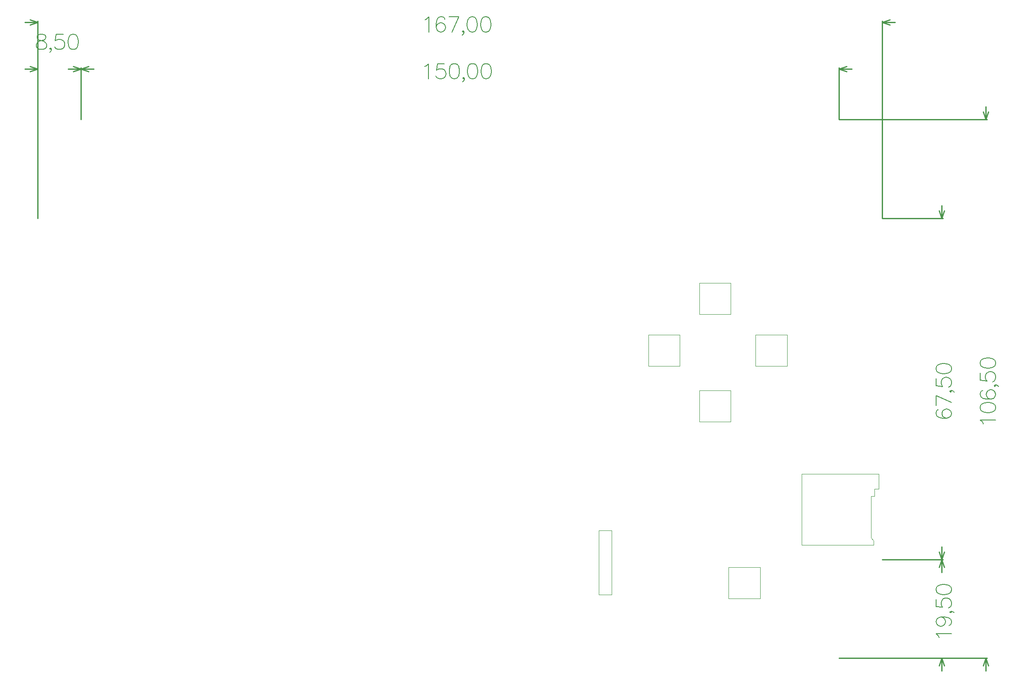
<source format=gbr>
%TF.GenerationSoftware,Altium Limited,Altium Designer,21.6.1 (37)*%
G04 Layer_Color=32768*
%FSLAX43Y43*%
%MOMM*%
%TF.SameCoordinates,2DC9C271-DD38-4FBD-9B37-034AA9505664*%
%TF.FilePolarity,Positive*%
%TF.FileFunction,Other,Top_Dims*%
%TF.Part,Single*%
G01*
G75*
%TA.AperFunction,NonConductor*%
%ADD50C,0.254*%
%ADD53C,0.100*%
%ADD57C,0.152*%
D50*
X178750Y19500D02*
X179258Y17976D01*
X178242D02*
X178750Y19500D01*
X178242Y88524D02*
X178750Y87000D01*
X179258Y88524D01*
X178750Y16960D02*
Y19500D01*
Y87000D02*
Y89540D01*
X167000Y87000D02*
X179004D01*
X167000Y19500D02*
X179004D01*
X178750Y0D02*
X179258Y-1524D01*
X178242D02*
X178750Y0D01*
X178242Y21024D02*
X178750Y19500D01*
X179258Y21024D01*
X178750Y-2540D02*
Y0D01*
Y19500D02*
Y22040D01*
X167000Y19500D02*
X179004D01*
X158500Y0D02*
X179004D01*
X187500D02*
X188008Y-1524D01*
X186992D02*
X187500Y0D01*
X186992Y108024D02*
X187500Y106500D01*
X188008Y108024D01*
X187500Y-2540D02*
Y0D01*
Y106500D02*
Y109040D01*
X158500Y106500D02*
X187754D01*
X158500Y0D02*
X187754D01*
X167000Y125750D02*
X168524Y126258D01*
X167000Y125750D02*
X168524Y125242D01*
X-1524D02*
X0Y125750D01*
X-1524Y126258D02*
X0Y125750D01*
X167000D02*
X169540D01*
X-2540D02*
X0D01*
Y87000D02*
Y126004D01*
X167000Y87000D02*
Y126004D01*
X-1524Y115992D02*
X0Y116500D01*
X-1524Y117008D02*
X0Y116500D01*
X8500D02*
X10024Y117008D01*
X8500Y116500D02*
X10024Y115992D01*
X-2540Y116500D02*
X0D01*
X8500D02*
X11040D01*
X8500Y106500D02*
Y116754D01*
X0Y87000D02*
Y116754D01*
X158500Y116500D02*
X160024Y117008D01*
X158500Y116500D02*
X160024Y115992D01*
X6976D02*
X8500Y116500D01*
X6976Y117008D02*
X8500Y116500D01*
X158500D02*
X161040D01*
X5960D02*
X8500D01*
Y106500D02*
Y116754D01*
X158500Y106500D02*
Y116754D01*
D53*
X120791Y57745D02*
X126991D01*
Y63945D01*
X120791D02*
X126991D01*
X120791Y57745D02*
Y63945D01*
X141991Y57745D02*
Y63945D01*
X148191D01*
Y57745D02*
Y63945D01*
X141991Y57745D02*
X148191D01*
X164850Y23800D02*
X165301Y23201D01*
X164850Y23800D02*
Y32000D01*
X165450D01*
Y33500D01*
X166300D01*
Y36400D01*
X165300Y22400D02*
Y23200D01*
X151100Y22400D02*
Y36400D01*
Y22400D02*
X165300D01*
X151100Y36400D02*
X166300D01*
X142841Y11793D02*
Y17993D01*
X136641Y11793D02*
X142841D01*
X136641D02*
Y17993D01*
X142841D01*
X130861Y67975D02*
X137061D01*
Y74175D01*
X130861D02*
X137061D01*
X130861Y67975D02*
Y74175D01*
X110980Y12518D02*
Y25218D01*
X113520D01*
Y12518D02*
Y25218D01*
X110980Y12518D02*
X113520D01*
X130861Y46775D02*
Y52975D01*
X137061D01*
Y46775D02*
Y52975D01*
X130861Y46775D02*
X137061D01*
D57*
X178116Y49159D02*
X177831Y49016D01*
X177688Y48588D01*
Y48302D01*
X177831Y47874D01*
X178259Y47588D01*
X178973Y47445D01*
X179688D01*
X180259Y47588D01*
X180544Y47874D01*
X180687Y48302D01*
Y48445D01*
X180544Y48873D01*
X180259Y49159D01*
X179830Y49302D01*
X179688D01*
X179259Y49159D01*
X178973Y48873D01*
X178831Y48445D01*
Y48302D01*
X178973Y47874D01*
X179259Y47588D01*
X179688Y47445D01*
X177688Y51958D02*
X180687Y50530D01*
X177688Y49959D02*
Y51958D01*
X180544Y52915D02*
X180687Y52773D01*
X180544Y52630D01*
X180402Y52773D01*
X180544Y52915D01*
X180830D01*
X181116Y52773D01*
X181259Y52630D01*
X177688Y55286D02*
Y53858D01*
X178973Y53715D01*
X178831Y53858D01*
X178688Y54287D01*
Y54715D01*
X178831Y55144D01*
X179116Y55429D01*
X179545Y55572D01*
X179830D01*
X180259Y55429D01*
X180544Y55144D01*
X180687Y54715D01*
Y54287D01*
X180544Y53858D01*
X180402Y53715D01*
X180116Y53572D01*
X177688Y57100D02*
X177831Y56672D01*
X178259Y56386D01*
X178973Y56243D01*
X179402D01*
X180116Y56386D01*
X180544Y56672D01*
X180687Y57100D01*
Y57386D01*
X180544Y57814D01*
X180116Y58100D01*
X179402Y58243D01*
X178973D01*
X178259Y58100D01*
X177831Y57814D01*
X177688Y57386D01*
Y57100D01*
X178259Y4102D02*
X178116Y4388D01*
X177688Y4816D01*
X180687D01*
X178688Y8159D02*
X179116Y8016D01*
X179402Y7730D01*
X179545Y7302D01*
Y7159D01*
X179402Y6730D01*
X179116Y6445D01*
X178688Y6302D01*
X178545D01*
X178116Y6445D01*
X177831Y6730D01*
X177688Y7159D01*
Y7302D01*
X177831Y7730D01*
X178116Y8016D01*
X178688Y8159D01*
X179402D01*
X180116Y8016D01*
X180544Y7730D01*
X180687Y7302D01*
Y7016D01*
X180544Y6587D01*
X180259Y6445D01*
X180544Y9258D02*
X180687Y9115D01*
X180544Y8973D01*
X180402Y9115D01*
X180544Y9258D01*
X180830D01*
X181116Y9115D01*
X181259Y8973D01*
X177688Y11629D02*
Y10201D01*
X178973Y10058D01*
X178831Y10201D01*
X178688Y10629D01*
Y11058D01*
X178831Y11486D01*
X179116Y11772D01*
X179545Y11915D01*
X179830D01*
X180259Y11772D01*
X180544Y11486D01*
X180687Y11058D01*
Y10629D01*
X180544Y10201D01*
X180402Y10058D01*
X180116Y9915D01*
X177688Y13443D02*
X177831Y13015D01*
X178259Y12729D01*
X178973Y12586D01*
X179402D01*
X180116Y12729D01*
X180544Y13015D01*
X180687Y13443D01*
Y13729D01*
X180544Y14157D01*
X180116Y14443D01*
X179402Y14586D01*
X178973D01*
X178259Y14443D01*
X177831Y14157D01*
X177688Y13729D01*
Y13443D01*
X187009Y46345D02*
X186866Y46631D01*
X186438Y47060D01*
X189437D01*
X186438Y49402D02*
X186581Y48973D01*
X187009Y48688D01*
X187723Y48545D01*
X188152D01*
X188866Y48688D01*
X189294Y48973D01*
X189437Y49402D01*
Y49688D01*
X189294Y50116D01*
X188866Y50402D01*
X188152Y50544D01*
X187723D01*
X187009Y50402D01*
X186581Y50116D01*
X186438Y49688D01*
Y49402D01*
X186866Y52930D02*
X186581Y52787D01*
X186438Y52358D01*
Y52073D01*
X186581Y51644D01*
X187009Y51359D01*
X187723Y51216D01*
X188438D01*
X189009Y51359D01*
X189294Y51644D01*
X189437Y52073D01*
Y52216D01*
X189294Y52644D01*
X189009Y52930D01*
X188580Y53073D01*
X188438D01*
X188009Y52930D01*
X187723Y52644D01*
X187581Y52216D01*
Y52073D01*
X187723Y51644D01*
X188009Y51359D01*
X188438Y51216D01*
X189294Y54015D02*
X189437Y53872D01*
X189294Y53730D01*
X189152Y53872D01*
X189294Y54015D01*
X189580D01*
X189866Y53872D01*
X190009Y53730D01*
X186438Y56386D02*
Y54958D01*
X187723Y54815D01*
X187581Y54958D01*
X187438Y55386D01*
Y55815D01*
X187581Y56243D01*
X187866Y56529D01*
X188295Y56672D01*
X188580D01*
X189009Y56529D01*
X189294Y56243D01*
X189437Y55815D01*
Y55386D01*
X189294Y54958D01*
X189152Y54815D01*
X188866Y54672D01*
X186438Y58200D02*
X186581Y57772D01*
X187009Y57486D01*
X187723Y57343D01*
X188152D01*
X188866Y57486D01*
X189294Y57772D01*
X189437Y58200D01*
Y58486D01*
X189294Y58914D01*
X188866Y59200D01*
X188152Y59343D01*
X187723D01*
X187009Y59200D01*
X186581Y58914D01*
X186438Y58486D01*
Y58200D01*
X76595Y126241D02*
X76881Y126384D01*
X77310Y126812D01*
Y123813D01*
X80509Y126384D02*
X80366Y126669D01*
X79938Y126812D01*
X79652D01*
X79223Y126669D01*
X78938Y126241D01*
X78795Y125527D01*
Y124812D01*
X78938Y124241D01*
X79223Y123955D01*
X79652Y123813D01*
X79795D01*
X80223Y123955D01*
X80509Y124241D01*
X80652Y124670D01*
Y124812D01*
X80509Y125241D01*
X80223Y125527D01*
X79795Y125669D01*
X79652D01*
X79223Y125527D01*
X78938Y125241D01*
X78795Y124812D01*
X83308Y126812D02*
X81880Y123813D01*
X81309Y126812D02*
X83308D01*
X84265Y123955D02*
X84122Y123813D01*
X83980Y123955D01*
X84122Y124098D01*
X84265Y123955D01*
Y123670D01*
X84122Y123384D01*
X83980Y123241D01*
X85779Y126812D02*
X85351Y126669D01*
X85065Y126241D01*
X84922Y125527D01*
Y125098D01*
X85065Y124384D01*
X85351Y123955D01*
X85779Y123813D01*
X86065D01*
X86493Y123955D01*
X86779Y124384D01*
X86922Y125098D01*
Y125527D01*
X86779Y126241D01*
X86493Y126669D01*
X86065Y126812D01*
X85779D01*
X88450D02*
X88022Y126669D01*
X87736Y126241D01*
X87593Y125527D01*
Y125098D01*
X87736Y124384D01*
X88022Y123955D01*
X88450Y123813D01*
X88736D01*
X89164Y123955D01*
X89450Y124384D01*
X89593Y125098D01*
Y125527D01*
X89450Y126241D01*
X89164Y126669D01*
X88736Y126812D01*
X88450D01*
X416Y123374D02*
X-12Y123231D01*
X-155Y122946D01*
Y122660D01*
X-12Y122374D01*
X273Y122231D01*
X845Y122089D01*
X1273Y121946D01*
X1559Y121660D01*
X1702Y121374D01*
Y120946D01*
X1559Y120660D01*
X1416Y120517D01*
X987Y120375D01*
X416D01*
X-12Y120517D01*
X-155Y120660D01*
X-298Y120946D01*
Y121374D01*
X-155Y121660D01*
X131Y121946D01*
X559Y122089D01*
X1130Y122231D01*
X1416Y122374D01*
X1559Y122660D01*
Y122946D01*
X1416Y123231D01*
X987Y123374D01*
X416D01*
X2659Y120517D02*
X2516Y120375D01*
X2373Y120517D01*
X2516Y120660D01*
X2659Y120517D01*
Y120232D01*
X2516Y119946D01*
X2373Y119803D01*
X5029Y123374D02*
X3601D01*
X3458Y122089D01*
X3601Y122231D01*
X4030Y122374D01*
X4458D01*
X4887Y122231D01*
X5172Y121946D01*
X5315Y121517D01*
Y121232D01*
X5172Y120803D01*
X4887Y120517D01*
X4458Y120375D01*
X4030D01*
X3601Y120517D01*
X3458Y120660D01*
X3316Y120946D01*
X6843Y123374D02*
X6415Y123231D01*
X6129Y122803D01*
X5986Y122089D01*
Y121660D01*
X6129Y120946D01*
X6415Y120517D01*
X6843Y120375D01*
X7129D01*
X7557Y120517D01*
X7843Y120946D01*
X7986Y121660D01*
Y122089D01*
X7843Y122803D01*
X7557Y123231D01*
X7129Y123374D01*
X6843D01*
X76517Y116991D02*
X76802Y117134D01*
X77231Y117562D01*
Y114563D01*
X80430Y117562D02*
X79002D01*
X78859Y116277D01*
X79002Y116419D01*
X79430Y116562D01*
X79859D01*
X80287Y116419D01*
X80573Y116134D01*
X80716Y115705D01*
Y115420D01*
X80573Y114991D01*
X80287Y114705D01*
X79859Y114563D01*
X79430D01*
X79002Y114705D01*
X78859Y114848D01*
X78716Y115134D01*
X82244Y117562D02*
X81816Y117419D01*
X81530Y116991D01*
X81387Y116277D01*
Y115848D01*
X81530Y115134D01*
X81816Y114705D01*
X82244Y114563D01*
X82530D01*
X82958Y114705D01*
X83244Y115134D01*
X83387Y115848D01*
Y116277D01*
X83244Y116991D01*
X82958Y117419D01*
X82530Y117562D01*
X82244D01*
X84344Y114705D02*
X84201Y114563D01*
X84058Y114705D01*
X84201Y114848D01*
X84344Y114705D01*
Y114420D01*
X84201Y114134D01*
X84058Y113991D01*
X85858Y117562D02*
X85429Y117419D01*
X85144Y116991D01*
X85001Y116277D01*
Y115848D01*
X85144Y115134D01*
X85429Y114705D01*
X85858Y114563D01*
X86143D01*
X86572Y114705D01*
X86857Y115134D01*
X87000Y115848D01*
Y116277D01*
X86857Y116991D01*
X86572Y117419D01*
X86143Y117562D01*
X85858D01*
X88529D02*
X88100Y117419D01*
X87814Y116991D01*
X87672Y116277D01*
Y115848D01*
X87814Y115134D01*
X88100Y114705D01*
X88529Y114563D01*
X88814D01*
X89243Y114705D01*
X89528Y115134D01*
X89671Y115848D01*
Y116277D01*
X89528Y116991D01*
X89243Y117419D01*
X88814Y117562D01*
X88529D01*
%TF.MD5,8c180a9dd117b2a12fa4cda10d8e3647*%
M02*

</source>
